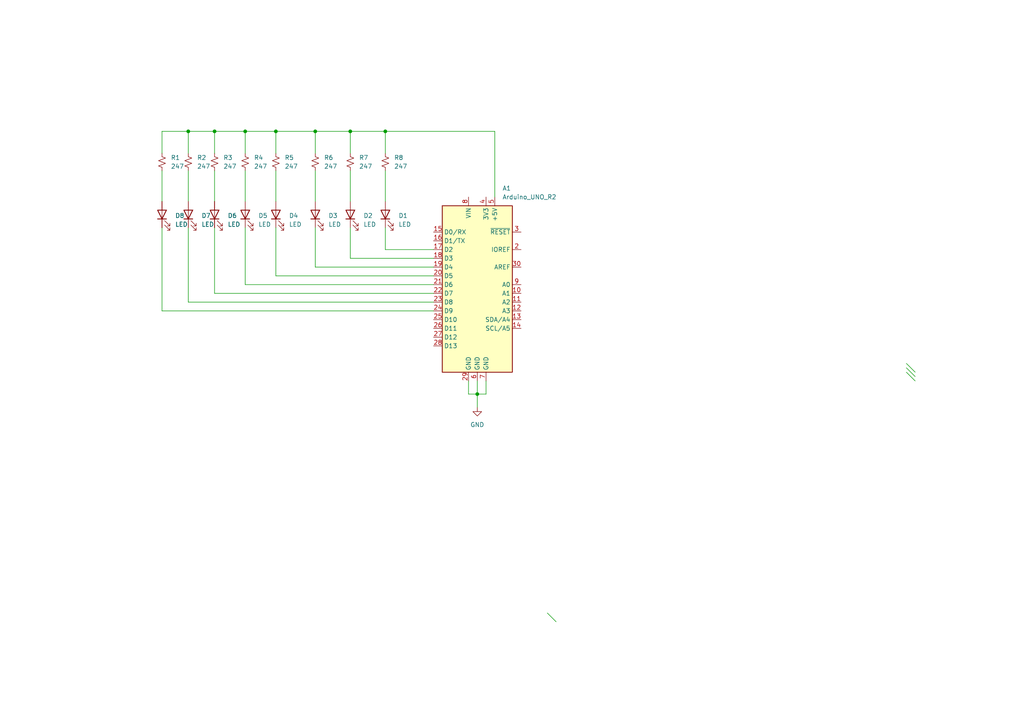
<source format=kicad_sch>
(kicad_sch (version 20230121) (generator eeschema)

  (uuid 8169ba4d-2e40-4a77-b267-301f4c4e94cc)

  (paper "A4")

  (title_block
    (title "ARDUINO UNO SHIELD")
    (rev "1")
    (comment 1 "HO CHI MINH CITY UNIVERSITY OF TECHNOLOGY")
  )

  (lib_symbols
    (symbol "Device:LED" (pin_numbers hide) (pin_names (offset 1.016) hide) (in_bom yes) (on_board yes)
      (property "Reference" "D" (at 0 2.54 0)
        (effects (font (size 1.27 1.27)))
      )
      (property "Value" "LED" (at 0 -2.54 0)
        (effects (font (size 1.27 1.27)))
      )
      (property "Footprint" "" (at 0 0 0)
        (effects (font (size 1.27 1.27)) hide)
      )
      (property "Datasheet" "~" (at 0 0 0)
        (effects (font (size 1.27 1.27)) hide)
      )
      (property "ki_keywords" "LED diode" (at 0 0 0)
        (effects (font (size 1.27 1.27)) hide)
      )
      (property "ki_description" "Light emitting diode" (at 0 0 0)
        (effects (font (size 1.27 1.27)) hide)
      )
      (property "ki_fp_filters" "LED* LED_SMD:* LED_THT:*" (at 0 0 0)
        (effects (font (size 1.27 1.27)) hide)
      )
      (symbol "LED_0_1"
        (polyline
          (pts
            (xy -1.27 -1.27)
            (xy -1.27 1.27)
          )
          (stroke (width 0.254) (type default))
          (fill (type none))
        )
        (polyline
          (pts
            (xy -1.27 0)
            (xy 1.27 0)
          )
          (stroke (width 0) (type default))
          (fill (type none))
        )
        (polyline
          (pts
            (xy 1.27 -1.27)
            (xy 1.27 1.27)
            (xy -1.27 0)
            (xy 1.27 -1.27)
          )
          (stroke (width 0.254) (type default))
          (fill (type none))
        )
        (polyline
          (pts
            (xy -3.048 -0.762)
            (xy -4.572 -2.286)
            (xy -3.81 -2.286)
            (xy -4.572 -2.286)
            (xy -4.572 -1.524)
          )
          (stroke (width 0) (type default))
          (fill (type none))
        )
        (polyline
          (pts
            (xy -1.778 -0.762)
            (xy -3.302 -2.286)
            (xy -2.54 -2.286)
            (xy -3.302 -2.286)
            (xy -3.302 -1.524)
          )
          (stroke (width 0) (type default))
          (fill (type none))
        )
      )
      (symbol "LED_1_1"
        (pin passive line (at -3.81 0 0) (length 2.54)
          (name "K" (effects (font (size 1.27 1.27))))
          (number "1" (effects (font (size 1.27 1.27))))
        )
        (pin passive line (at 3.81 0 180) (length 2.54)
          (name "A" (effects (font (size 1.27 1.27))))
          (number "2" (effects (font (size 1.27 1.27))))
        )
      )
    )
    (symbol "Device:R_Small_US" (pin_numbers hide) (pin_names (offset 0.254) hide) (in_bom yes) (on_board yes)
      (property "Reference" "R" (at 0.762 0.508 0)
        (effects (font (size 1.27 1.27)) (justify left))
      )
      (property "Value" "R_Small_US" (at 0.762 -1.016 0)
        (effects (font (size 1.27 1.27)) (justify left))
      )
      (property "Footprint" "" (at 0 0 0)
        (effects (font (size 1.27 1.27)) hide)
      )
      (property "Datasheet" "~" (at 0 0 0)
        (effects (font (size 1.27 1.27)) hide)
      )
      (property "ki_keywords" "r resistor" (at 0 0 0)
        (effects (font (size 1.27 1.27)) hide)
      )
      (property "ki_description" "Resistor, small US symbol" (at 0 0 0)
        (effects (font (size 1.27 1.27)) hide)
      )
      (property "ki_fp_filters" "R_*" (at 0 0 0)
        (effects (font (size 1.27 1.27)) hide)
      )
      (symbol "R_Small_US_1_1"
        (polyline
          (pts
            (xy 0 0)
            (xy 1.016 -0.381)
            (xy 0 -0.762)
            (xy -1.016 -1.143)
            (xy 0 -1.524)
          )
          (stroke (width 0) (type default))
          (fill (type none))
        )
        (polyline
          (pts
            (xy 0 1.524)
            (xy 1.016 1.143)
            (xy 0 0.762)
            (xy -1.016 0.381)
            (xy 0 0)
          )
          (stroke (width 0) (type default))
          (fill (type none))
        )
        (pin passive line (at 0 2.54 270) (length 1.016)
          (name "~" (effects (font (size 1.27 1.27))))
          (number "1" (effects (font (size 1.27 1.27))))
        )
        (pin passive line (at 0 -2.54 90) (length 1.016)
          (name "~" (effects (font (size 1.27 1.27))))
          (number "2" (effects (font (size 1.27 1.27))))
        )
      )
    )
    (symbol "MCU_Module:Arduino_UNO_R2" (in_bom yes) (on_board yes)
      (property "Reference" "A" (at -10.16 23.495 0)
        (effects (font (size 1.27 1.27)) (justify left bottom))
      )
      (property "Value" "Arduino_UNO_R2" (at 5.08 -26.67 0)
        (effects (font (size 1.27 1.27)) (justify left top))
      )
      (property "Footprint" "Module:Arduino_UNO_R2" (at 0 0 0)
        (effects (font (size 1.27 1.27) italic) hide)
      )
      (property "Datasheet" "https://www.arduino.cc/en/Main/arduinoBoardUno" (at 0 0 0)
        (effects (font (size 1.27 1.27)) hide)
      )
      (property "ki_keywords" "Arduino UNO R3 Microcontroller Module Atmel AVR USB" (at 0 0 0)
        (effects (font (size 1.27 1.27)) hide)
      )
      (property "ki_description" "Arduino UNO Microcontroller Module, release 2" (at 0 0 0)
        (effects (font (size 1.27 1.27)) hide)
      )
      (property "ki_fp_filters" "Arduino*UNO*R2*" (at 0 0 0)
        (effects (font (size 1.27 1.27)) hide)
      )
      (symbol "Arduino_UNO_R2_0_1"
        (rectangle (start -10.16 22.86) (end 10.16 -25.4)
          (stroke (width 0.254) (type default))
          (fill (type background))
        )
      )
      (symbol "Arduino_UNO_R2_1_1"
        (pin no_connect line (at -10.16 -20.32 0) (length 2.54) hide
          (name "NC" (effects (font (size 1.27 1.27))))
          (number "1" (effects (font (size 1.27 1.27))))
        )
        (pin bidirectional line (at 12.7 -2.54 180) (length 2.54)
          (name "A1" (effects (font (size 1.27 1.27))))
          (number "10" (effects (font (size 1.27 1.27))))
        )
        (pin bidirectional line (at 12.7 -5.08 180) (length 2.54)
          (name "A2" (effects (font (size 1.27 1.27))))
          (number "11" (effects (font (size 1.27 1.27))))
        )
        (pin bidirectional line (at 12.7 -7.62 180) (length 2.54)
          (name "A3" (effects (font (size 1.27 1.27))))
          (number "12" (effects (font (size 1.27 1.27))))
        )
        (pin bidirectional line (at 12.7 -10.16 180) (length 2.54)
          (name "SDA/A4" (effects (font (size 1.27 1.27))))
          (number "13" (effects (font (size 1.27 1.27))))
        )
        (pin bidirectional line (at 12.7 -12.7 180) (length 2.54)
          (name "SCL/A5" (effects (font (size 1.27 1.27))))
          (number "14" (effects (font (size 1.27 1.27))))
        )
        (pin bidirectional line (at -12.7 15.24 0) (length 2.54)
          (name "D0/RX" (effects (font (size 1.27 1.27))))
          (number "15" (effects (font (size 1.27 1.27))))
        )
        (pin bidirectional line (at -12.7 12.7 0) (length 2.54)
          (name "D1/TX" (effects (font (size 1.27 1.27))))
          (number "16" (effects (font (size 1.27 1.27))))
        )
        (pin bidirectional line (at -12.7 10.16 0) (length 2.54)
          (name "D2" (effects (font (size 1.27 1.27))))
          (number "17" (effects (font (size 1.27 1.27))))
        )
        (pin bidirectional line (at -12.7 7.62 0) (length 2.54)
          (name "D3" (effects (font (size 1.27 1.27))))
          (number "18" (effects (font (size 1.27 1.27))))
        )
        (pin bidirectional line (at -12.7 5.08 0) (length 2.54)
          (name "D4" (effects (font (size 1.27 1.27))))
          (number "19" (effects (font (size 1.27 1.27))))
        )
        (pin output line (at 12.7 10.16 180) (length 2.54)
          (name "IOREF" (effects (font (size 1.27 1.27))))
          (number "2" (effects (font (size 1.27 1.27))))
        )
        (pin bidirectional line (at -12.7 2.54 0) (length 2.54)
          (name "D5" (effects (font (size 1.27 1.27))))
          (number "20" (effects (font (size 1.27 1.27))))
        )
        (pin bidirectional line (at -12.7 0 0) (length 2.54)
          (name "D6" (effects (font (size 1.27 1.27))))
          (number "21" (effects (font (size 1.27 1.27))))
        )
        (pin bidirectional line (at -12.7 -2.54 0) (length 2.54)
          (name "D7" (effects (font (size 1.27 1.27))))
          (number "22" (effects (font (size 1.27 1.27))))
        )
        (pin bidirectional line (at -12.7 -5.08 0) (length 2.54)
          (name "D8" (effects (font (size 1.27 1.27))))
          (number "23" (effects (font (size 1.27 1.27))))
        )
        (pin bidirectional line (at -12.7 -7.62 0) (length 2.54)
          (name "D9" (effects (font (size 1.27 1.27))))
          (number "24" (effects (font (size 1.27 1.27))))
        )
        (pin bidirectional line (at -12.7 -10.16 0) (length 2.54)
          (name "D10" (effects (font (size 1.27 1.27))))
          (number "25" (effects (font (size 1.27 1.27))))
        )
        (pin bidirectional line (at -12.7 -12.7 0) (length 2.54)
          (name "D11" (effects (font (size 1.27 1.27))))
          (number "26" (effects (font (size 1.27 1.27))))
        )
        (pin bidirectional line (at -12.7 -15.24 0) (length 2.54)
          (name "D12" (effects (font (size 1.27 1.27))))
          (number "27" (effects (font (size 1.27 1.27))))
        )
        (pin bidirectional line (at -12.7 -17.78 0) (length 2.54)
          (name "D13" (effects (font (size 1.27 1.27))))
          (number "28" (effects (font (size 1.27 1.27))))
        )
        (pin power_in line (at -2.54 -27.94 90) (length 2.54)
          (name "GND" (effects (font (size 1.27 1.27))))
          (number "29" (effects (font (size 1.27 1.27))))
        )
        (pin input line (at 12.7 15.24 180) (length 2.54)
          (name "~{RESET}" (effects (font (size 1.27 1.27))))
          (number "3" (effects (font (size 1.27 1.27))))
        )
        (pin input line (at 12.7 5.08 180) (length 2.54)
          (name "AREF" (effects (font (size 1.27 1.27))))
          (number "30" (effects (font (size 1.27 1.27))))
        )
        (pin power_out line (at 2.54 25.4 270) (length 2.54)
          (name "3V3" (effects (font (size 1.27 1.27))))
          (number "4" (effects (font (size 1.27 1.27))))
        )
        (pin power_out line (at 5.08 25.4 270) (length 2.54)
          (name "+5V" (effects (font (size 1.27 1.27))))
          (number "5" (effects (font (size 1.27 1.27))))
        )
        (pin power_in line (at 0 -27.94 90) (length 2.54)
          (name "GND" (effects (font (size 1.27 1.27))))
          (number "6" (effects (font (size 1.27 1.27))))
        )
        (pin power_in line (at 2.54 -27.94 90) (length 2.54)
          (name "GND" (effects (font (size 1.27 1.27))))
          (number "7" (effects (font (size 1.27 1.27))))
        )
        (pin power_in line (at -2.54 25.4 270) (length 2.54)
          (name "VIN" (effects (font (size 1.27 1.27))))
          (number "8" (effects (font (size 1.27 1.27))))
        )
        (pin bidirectional line (at 12.7 0 180) (length 2.54)
          (name "A0" (effects (font (size 1.27 1.27))))
          (number "9" (effects (font (size 1.27 1.27))))
        )
      )
    )
    (symbol "power:GND" (power) (pin_names (offset 0)) (in_bom yes) (on_board yes)
      (property "Reference" "#PWR" (at 0 -6.35 0)
        (effects (font (size 1.27 1.27)) hide)
      )
      (property "Value" "GND" (at 0 -3.81 0)
        (effects (font (size 1.27 1.27)))
      )
      (property "Footprint" "" (at 0 0 0)
        (effects (font (size 1.27 1.27)) hide)
      )
      (property "Datasheet" "" (at 0 0 0)
        (effects (font (size 1.27 1.27)) hide)
      )
      (property "ki_keywords" "global power" (at 0 0 0)
        (effects (font (size 1.27 1.27)) hide)
      )
      (property "ki_description" "Power symbol creates a global label with name \"GND\" , ground" (at 0 0 0)
        (effects (font (size 1.27 1.27)) hide)
      )
      (symbol "GND_0_1"
        (polyline
          (pts
            (xy 0 0)
            (xy 0 -1.27)
            (xy 1.27 -1.27)
            (xy 0 -2.54)
            (xy -1.27 -1.27)
            (xy 0 -1.27)
          )
          (stroke (width 0) (type default))
          (fill (type none))
        )
      )
      (symbol "GND_1_1"
        (pin power_in line (at 0 0 270) (length 0) hide
          (name "GND" (effects (font (size 1.27 1.27))))
          (number "1" (effects (font (size 1.27 1.27))))
        )
      )
    )
  )

  (junction (at 54.61 38.1) (diameter 0) (color 0 0 0 0)
    (uuid 1f2341b9-f663-4ede-a861-10d658f59b8f)
  )
  (junction (at 80.01 38.1) (diameter 0) (color 0 0 0 0)
    (uuid 23a051ae-1437-4adc-bdc9-d87d93215dfc)
  )
  (junction (at 138.43 114.3) (diameter 0) (color 0 0 0 0)
    (uuid 350bef5c-7572-4a32-b462-05818f3a425d)
  )
  (junction (at 62.23 38.1) (diameter 0) (color 0 0 0 0)
    (uuid 4eb1f56f-1b8f-443d-923c-cb41bb214a79)
  )
  (junction (at 71.12 38.1) (diameter 0) (color 0 0 0 0)
    (uuid bcc36cb0-1804-4ba7-8da4-c51b43380ff9)
  )
  (junction (at 91.44 38.1) (diameter 0) (color 0 0 0 0)
    (uuid c2590c74-a5de-4ac9-9a4e-09cb4203352b)
  )
  (junction (at 111.76 38.1) (diameter 0) (color 0 0 0 0)
    (uuid c985e4ad-613f-4ccd-bdf3-e53d905be0f5)
  )
  (junction (at 101.6 38.1) (diameter 0) (color 0 0 0 0)
    (uuid db01c3ba-cad6-497a-b046-27b3cc71675b)
  )

  (bus_entry (at 262.89 106.68) (size 2.54 2.54)
    (stroke (width 0) (type default))
    (uuid 2e514186-fd4d-4d89-a80c-b815baf1ebdf)
  )
  (bus_entry (at 158.75 177.8) (size 2.54 2.54)
    (stroke (width 0) (type default))
    (uuid c8a45e31-2e78-4560-a040-35f2de93669b)
  )
  (bus_entry (at 262.89 107.95) (size 2.54 2.54)
    (stroke (width 0) (type default))
    (uuid e8b0174f-d67f-468b-a374-781d9edd8e1e)
  )
  (bus_entry (at 262.89 105.41) (size 2.54 2.54)
    (stroke (width 0) (type default))
    (uuid fa39dce7-99bd-44a7-8124-67e5eed80688)
  )

  (wire (pts (xy 111.76 72.39) (xy 125.73 72.39))
    (stroke (width 0) (type default))
    (uuid 00df0e51-1aec-4315-99dc-9a3f2c065ccd)
  )
  (wire (pts (xy 54.61 38.1) (xy 62.23 38.1))
    (stroke (width 0) (type default))
    (uuid 0b5a2f37-40a8-41b8-b499-46e61530cc54)
  )
  (wire (pts (xy 71.12 38.1) (xy 80.01 38.1))
    (stroke (width 0) (type default))
    (uuid 0cf894e1-f453-48df-ac1b-c67608482c73)
  )
  (wire (pts (xy 138.43 114.3) (xy 138.43 118.11))
    (stroke (width 0) (type default))
    (uuid 0db39bef-ff1d-46f7-8939-1e02aee75027)
  )
  (wire (pts (xy 138.43 110.49) (xy 138.43 114.3))
    (stroke (width 0) (type default))
    (uuid 14978cc7-da07-433e-a154-13d69ac7d754)
  )
  (wire (pts (xy 46.99 44.45) (xy 46.99 38.1))
    (stroke (width 0) (type default))
    (uuid 15785660-daa6-43a4-85a0-ca87ac938ff7)
  )
  (wire (pts (xy 62.23 38.1) (xy 71.12 38.1))
    (stroke (width 0) (type default))
    (uuid 176bcf9f-e351-4e41-9b68-b3467af58685)
  )
  (wire (pts (xy 140.97 114.3) (xy 138.43 114.3))
    (stroke (width 0) (type default))
    (uuid 211287d4-79fb-43cf-8c61-4ddde22f12c4)
  )
  (wire (pts (xy 91.44 77.47) (xy 125.73 77.47))
    (stroke (width 0) (type default))
    (uuid 22a22d4a-1336-4e96-b773-9cb506ef79d6)
  )
  (wire (pts (xy 54.61 66.04) (xy 54.61 87.63))
    (stroke (width 0) (type default))
    (uuid 22c42950-a91d-4486-bc59-f73a6d050b4e)
  )
  (wire (pts (xy 71.12 44.45) (xy 71.12 38.1))
    (stroke (width 0) (type default))
    (uuid 244654cf-a2ca-47d9-8a1f-35b191ee9140)
  )
  (wire (pts (xy 140.97 110.49) (xy 140.97 114.3))
    (stroke (width 0) (type default))
    (uuid 278c9b13-27de-44ad-ac92-7b82d53474f1)
  )
  (wire (pts (xy 143.51 38.1) (xy 143.51 57.15))
    (stroke (width 0) (type default))
    (uuid 27f161fa-9bde-41a3-8ea7-a8fbecf0dc1c)
  )
  (wire (pts (xy 71.12 49.53) (xy 71.12 58.42))
    (stroke (width 0) (type default))
    (uuid 2aee219b-8fc8-4906-b4d7-f3d951c6107d)
  )
  (wire (pts (xy 111.76 38.1) (xy 111.76 44.45))
    (stroke (width 0) (type default))
    (uuid 2ce7be92-339f-4cee-af3e-bbf578f3ba42)
  )
  (wire (pts (xy 101.6 49.53) (xy 101.6 58.42))
    (stroke (width 0) (type default))
    (uuid 349809c3-8817-44bc-b8fe-714351b24182)
  )
  (wire (pts (xy 91.44 38.1) (xy 101.6 38.1))
    (stroke (width 0) (type default))
    (uuid 3a9c3a1a-18f8-424d-a032-20be2fd86e0c)
  )
  (wire (pts (xy 91.44 66.04) (xy 91.44 77.47))
    (stroke (width 0) (type default))
    (uuid 42747575-3528-4733-88e8-573663aafb33)
  )
  (wire (pts (xy 62.23 38.1) (xy 62.23 44.45))
    (stroke (width 0) (type default))
    (uuid 43e2a381-bc96-4d0b-8da0-fd99d20cc707)
  )
  (wire (pts (xy 111.76 38.1) (xy 143.51 38.1))
    (stroke (width 0) (type default))
    (uuid 44a75b23-819b-4a85-82d2-74e75205cac4)
  )
  (wire (pts (xy 54.61 44.45) (xy 54.61 38.1))
    (stroke (width 0) (type default))
    (uuid 470d3a62-3a29-4a48-8572-0ba9a79506f7)
  )
  (wire (pts (xy 71.12 82.55) (xy 125.73 82.55))
    (stroke (width 0) (type default))
    (uuid 4b9e8d7d-a06e-41a6-a43c-f76df52ada6c)
  )
  (wire (pts (xy 91.44 49.53) (xy 91.44 58.42))
    (stroke (width 0) (type default))
    (uuid 4c40b6f9-c281-4346-b9f7-fb0243364b11)
  )
  (wire (pts (xy 80.01 49.53) (xy 80.01 58.42))
    (stroke (width 0) (type default))
    (uuid 5119ef74-2841-4f72-a7ea-956f6eaa4de6)
  )
  (wire (pts (xy 135.89 114.3) (xy 138.43 114.3))
    (stroke (width 0) (type default))
    (uuid 53052c7c-4c48-4b0c-bc08-54c95e8b2c59)
  )
  (wire (pts (xy 62.23 85.09) (xy 125.73 85.09))
    (stroke (width 0) (type default))
    (uuid 6092236c-2777-4611-899b-d541fe76dfb9)
  )
  (wire (pts (xy 46.99 49.53) (xy 46.99 58.42))
    (stroke (width 0) (type default))
    (uuid 648c7e9d-81bb-4d01-a0a1-33af20b8b0d0)
  )
  (wire (pts (xy 46.99 38.1) (xy 54.61 38.1))
    (stroke (width 0) (type default))
    (uuid 64aff064-4646-411d-b1b6-2c2d87f666a5)
  )
  (wire (pts (xy 101.6 38.1) (xy 101.6 44.45))
    (stroke (width 0) (type default))
    (uuid 65d9b894-aab0-4953-9e1e-abe63a2cb2c0)
  )
  (wire (pts (xy 101.6 74.93) (xy 125.73 74.93))
    (stroke (width 0) (type default))
    (uuid 66b7e78f-f4df-4e02-9bf5-c6470ee4ed4b)
  )
  (wire (pts (xy 111.76 66.04) (xy 111.76 72.39))
    (stroke (width 0) (type default))
    (uuid 6cdc24f3-7b4f-4b83-88ba-fda872f9e234)
  )
  (wire (pts (xy 111.76 49.53) (xy 111.76 58.42))
    (stroke (width 0) (type default))
    (uuid 759c6ba5-2b14-43af-8e9a-0144bd0b9b0b)
  )
  (wire (pts (xy 91.44 38.1) (xy 91.44 44.45))
    (stroke (width 0) (type default))
    (uuid 814edc79-46d7-4cf0-9233-dbb75bf7a0a5)
  )
  (wire (pts (xy 71.12 66.04) (xy 71.12 82.55))
    (stroke (width 0) (type default))
    (uuid 86a58330-3785-431d-b7db-d5bbf5326d96)
  )
  (wire (pts (xy 54.61 87.63) (xy 125.73 87.63))
    (stroke (width 0) (type default))
    (uuid 8a295e3d-b251-4b7c-9840-23101126b05e)
  )
  (wire (pts (xy 80.01 66.04) (xy 80.01 80.01))
    (stroke (width 0) (type default))
    (uuid 8afd763b-727e-43c4-99d1-acba88074618)
  )
  (wire (pts (xy 135.89 110.49) (xy 135.89 114.3))
    (stroke (width 0) (type default))
    (uuid 8eb033aa-d193-4380-b58a-5aadfaff1df9)
  )
  (wire (pts (xy 46.99 90.17) (xy 125.73 90.17))
    (stroke (width 0) (type default))
    (uuid abe48670-da55-46e9-ac6d-b1a940f8e5ce)
  )
  (wire (pts (xy 101.6 38.1) (xy 111.76 38.1))
    (stroke (width 0) (type default))
    (uuid b3fa086d-a845-4363-aab8-84367cc22f9f)
  )
  (wire (pts (xy 54.61 49.53) (xy 54.61 58.42))
    (stroke (width 0) (type default))
    (uuid c91a0cf7-9c8d-4337-a9d4-0ed9cc02be1f)
  )
  (wire (pts (xy 80.01 80.01) (xy 125.73 80.01))
    (stroke (width 0) (type default))
    (uuid c9dd5c61-69f5-471d-b3c1-9f4c91afafcc)
  )
  (wire (pts (xy 62.23 66.04) (xy 62.23 85.09))
    (stroke (width 0) (type default))
    (uuid d97b35e0-3e51-4522-9c66-54b0ac4b331e)
  )
  (wire (pts (xy 101.6 66.04) (xy 101.6 74.93))
    (stroke (width 0) (type default))
    (uuid d988ac4a-0fb1-4abb-8055-9f37f682ee84)
  )
  (wire (pts (xy 62.23 49.53) (xy 62.23 58.42))
    (stroke (width 0) (type default))
    (uuid e79af2fa-8664-4f48-a689-66f87ef4a187)
  )
  (wire (pts (xy 46.99 66.04) (xy 46.99 90.17))
    (stroke (width 0) (type default))
    (uuid ea21673c-8878-4b18-9a3d-9f9d3b6eab4e)
  )
  (wire (pts (xy 80.01 38.1) (xy 91.44 38.1))
    (stroke (width 0) (type default))
    (uuid ed5bc0c9-ab43-4676-a20d-31f1d279511e)
  )
  (wire (pts (xy 80.01 38.1) (xy 80.01 44.45))
    (stroke (width 0) (type default))
    (uuid f5bffaf5-084a-46e8-9d2a-8146b5e7eb0b)
  )

  (symbol (lib_id "Device:R_Small_US") (at 71.12 46.99 0) (unit 1)
    (in_bom yes) (on_board yes) (dnp no) (fields_autoplaced)
    (uuid 136257c0-113d-4876-a738-848290982548)
    (property "Reference" "R4" (at 73.66 45.72 0)
      (effects (font (size 1.27 1.27)) (justify left))
    )
    (property "Value" "247" (at 73.66 48.26 0)
      (effects (font (size 1.27 1.27)) (justify left))
    )
    (property "Footprint" "Resistor_SMD:R_0603_1608Metric" (at 71.12 46.99 0)
      (effects (font (size 1.27 1.27)) hide)
    )
    (property "Datasheet" "~" (at 71.12 46.99 0)
      (effects (font (size 1.27 1.27)) hide)
    )
    (pin "1" (uuid 599dc76b-ed2d-48f4-a6a4-6eeb14a12266))
    (pin "2" (uuid 57e7e6e1-e9e5-451f-8146-7fc3b7e2443f))
    (instances
      (project "Nguyễn Thái Bình Dương-2051103-ESD-E1"
        (path "/8169ba4d-2e40-4a77-b267-301f4c4e94cc"
          (reference "R4") (unit 1)
        )
      )
    )
  )

  (symbol (lib_id "Device:R_Small_US") (at 80.01 46.99 0) (unit 1)
    (in_bom yes) (on_board yes) (dnp no) (fields_autoplaced)
    (uuid 326973e4-3c42-47a7-a94e-4ff8156b5231)
    (property "Reference" "R5" (at 82.55 45.72 0)
      (effects (font (size 1.27 1.27)) (justify left))
    )
    (property "Value" "247" (at 82.55 48.26 0)
      (effects (font (size 1.27 1.27)) (justify left))
    )
    (property "Footprint" "Resistor_SMD:R_0603_1608Metric" (at 80.01 46.99 0)
      (effects (font (size 1.27 1.27)) hide)
    )
    (property "Datasheet" "~" (at 80.01 46.99 0)
      (effects (font (size 1.27 1.27)) hide)
    )
    (pin "2" (uuid 02a40d53-34b7-45f5-83dc-024b026bf18c))
    (pin "1" (uuid 6224713c-0c54-49ce-833f-ffbb53addfc1))
    (instances
      (project "Nguyễn Thái Bình Dương-2051103-ESD-E1"
        (path "/8169ba4d-2e40-4a77-b267-301f4c4e94cc"
          (reference "R5") (unit 1)
        )
      )
    )
  )

  (symbol (lib_id "Device:R_Small_US") (at 101.6 46.99 0) (unit 1)
    (in_bom yes) (on_board yes) (dnp no) (fields_autoplaced)
    (uuid 3785a202-2320-41d2-b553-d7dfb409b489)
    (property "Reference" "R7" (at 104.14 45.72 0)
      (effects (font (size 1.27 1.27)) (justify left))
    )
    (property "Value" "247" (at 104.14 48.26 0)
      (effects (font (size 1.27 1.27)) (justify left))
    )
    (property "Footprint" "Resistor_SMD:R_0603_1608Metric" (at 101.6 46.99 0)
      (effects (font (size 1.27 1.27)) hide)
    )
    (property "Datasheet" "~" (at 101.6 46.99 0)
      (effects (font (size 1.27 1.27)) hide)
    )
    (pin "1" (uuid c60bef9e-b992-40c7-a7bb-745279f9b430))
    (pin "2" (uuid dd2457ef-a30c-48ca-a85e-432c71fccdd1))
    (instances
      (project "Nguyễn Thái Bình Dương-2051103-ESD-E1"
        (path "/8169ba4d-2e40-4a77-b267-301f4c4e94cc"
          (reference "R7") (unit 1)
        )
      )
    )
  )

  (symbol (lib_id "Device:R_Small_US") (at 62.23 46.99 0) (unit 1)
    (in_bom yes) (on_board yes) (dnp no) (fields_autoplaced)
    (uuid 4436e401-7a62-4f9d-be14-ff07da204153)
    (property "Reference" "R3" (at 64.77 45.72 0)
      (effects (font (size 1.27 1.27)) (justify left))
    )
    (property "Value" "247" (at 64.77 48.26 0)
      (effects (font (size 1.27 1.27)) (justify left))
    )
    (property "Footprint" "Resistor_SMD:R_0603_1608Metric" (at 62.23 46.99 0)
      (effects (font (size 1.27 1.27)) hide)
    )
    (property "Datasheet" "~" (at 62.23 46.99 0)
      (effects (font (size 1.27 1.27)) hide)
    )
    (pin "2" (uuid d3ac8da6-c318-47ee-9910-ad7511cc1edf))
    (pin "1" (uuid b5a39520-bd63-41ac-b2ba-c64b0f300300))
    (instances
      (project "Nguyễn Thái Bình Dương-2051103-ESD-E1"
        (path "/8169ba4d-2e40-4a77-b267-301f4c4e94cc"
          (reference "R3") (unit 1)
        )
      )
    )
  )

  (symbol (lib_id "Device:R_Small_US") (at 91.44 46.99 0) (unit 1)
    (in_bom yes) (on_board yes) (dnp no) (fields_autoplaced)
    (uuid 446c3ecb-d930-402b-8498-2c205b0e8321)
    (property "Reference" "R6" (at 93.98 45.72 0)
      (effects (font (size 1.27 1.27)) (justify left))
    )
    (property "Value" "247" (at 93.98 48.26 0)
      (effects (font (size 1.27 1.27)) (justify left))
    )
    (property "Footprint" "Resistor_SMD:R_0603_1608Metric" (at 91.44 46.99 0)
      (effects (font (size 1.27 1.27)) hide)
    )
    (property "Datasheet" "~" (at 91.44 46.99 0)
      (effects (font (size 1.27 1.27)) hide)
    )
    (pin "1" (uuid 94107bbd-7f2e-47f5-972a-76619bc2b4b7))
    (pin "2" (uuid a7c35b90-55b0-4855-a1af-f25985429e0d))
    (instances
      (project "Nguyễn Thái Bình Dương-2051103-ESD-E1"
        (path "/8169ba4d-2e40-4a77-b267-301f4c4e94cc"
          (reference "R6") (unit 1)
        )
      )
    )
  )

  (symbol (lib_id "Device:LED") (at 54.61 62.23 90) (unit 1)
    (in_bom yes) (on_board yes) (dnp no) (fields_autoplaced)
    (uuid 45f2e72c-602c-4ae6-ba69-5271dd7aa26c)
    (property "Reference" "D7" (at 58.42 62.5475 90)
      (effects (font (size 1.27 1.27)) (justify right))
    )
    (property "Value" "LED" (at 58.42 65.0875 90)
      (effects (font (size 1.27 1.27)) (justify right))
    )
    (property "Footprint" "LED_SMD:LED_0805_2012Metric" (at 54.61 62.23 0)
      (effects (font (size 1.27 1.27)) hide)
    )
    (property "Datasheet" "~" (at 54.61 62.23 0)
      (effects (font (size 1.27 1.27)) hide)
    )
    (pin "1" (uuid 7d09bc66-a6c0-4fa6-b9f1-901bd00f41f5))
    (pin "2" (uuid b41d325d-14f1-4d1a-a60d-59f279d25448))
    (instances
      (project "Nguyễn Thái Bình Dương-2051103-ESD-E1"
        (path "/8169ba4d-2e40-4a77-b267-301f4c4e94cc"
          (reference "D7") (unit 1)
        )
      )
    )
  )

  (symbol (lib_id "Device:LED") (at 101.6 62.23 90) (unit 1)
    (in_bom yes) (on_board yes) (dnp no) (fields_autoplaced)
    (uuid 7b17596e-63fa-4317-a488-108ca9f8bc55)
    (property "Reference" "D2" (at 105.41 62.5475 90)
      (effects (font (size 1.27 1.27)) (justify right))
    )
    (property "Value" "LED" (at 105.41 65.0875 90)
      (effects (font (size 1.27 1.27)) (justify right))
    )
    (property "Footprint" "LED_SMD:LED_0805_2012Metric" (at 101.6 62.23 0)
      (effects (font (size 1.27 1.27)) hide)
    )
    (property "Datasheet" "~" (at 101.6 62.23 0)
      (effects (font (size 1.27 1.27)) hide)
    )
    (pin "1" (uuid cde40639-9412-4b5a-93de-b37fa58aee86))
    (pin "2" (uuid a10f781c-dec7-4887-b17e-d8121a33a76c))
    (instances
      (project "Nguyễn Thái Bình Dương-2051103-ESD-E1"
        (path "/8169ba4d-2e40-4a77-b267-301f4c4e94cc"
          (reference "D2") (unit 1)
        )
      )
    )
  )

  (symbol (lib_id "Device:LED") (at 71.12 62.23 90) (unit 1)
    (in_bom yes) (on_board yes) (dnp no) (fields_autoplaced)
    (uuid 882e8ef5-6464-43d6-9a2c-ec2db96be0c2)
    (property "Reference" "D5" (at 74.93 62.5475 90)
      (effects (font (size 1.27 1.27)) (justify right))
    )
    (property "Value" "LED" (at 74.93 65.0875 90)
      (effects (font (size 1.27 1.27)) (justify right))
    )
    (property "Footprint" "LED_SMD:LED_0805_2012Metric" (at 71.12 62.23 0)
      (effects (font (size 1.27 1.27)) hide)
    )
    (property "Datasheet" "~" (at 71.12 62.23 0)
      (effects (font (size 1.27 1.27)) hide)
    )
    (pin "1" (uuid 6ebcc64b-3576-431f-9161-74df93c75abb))
    (pin "2" (uuid 2a744cbc-c448-4910-8707-93a1a4eedd8c))
    (instances
      (project "Nguyễn Thái Bình Dương-2051103-ESD-E1"
        (path "/8169ba4d-2e40-4a77-b267-301f4c4e94cc"
          (reference "D5") (unit 1)
        )
      )
    )
  )

  (symbol (lib_id "Device:LED") (at 80.01 62.23 90) (unit 1)
    (in_bom yes) (on_board yes) (dnp no) (fields_autoplaced)
    (uuid 945fcfa7-b2f0-4a81-a2f1-da7b924caed9)
    (property "Reference" "D4" (at 83.82 62.5475 90)
      (effects (font (size 1.27 1.27)) (justify right))
    )
    (property "Value" "LED" (at 83.82 65.0875 90)
      (effects (font (size 1.27 1.27)) (justify right))
    )
    (property "Footprint" "LED_SMD:LED_0805_2012Metric" (at 80.01 62.23 0)
      (effects (font (size 1.27 1.27)) hide)
    )
    (property "Datasheet" "~" (at 80.01 62.23 0)
      (effects (font (size 1.27 1.27)) hide)
    )
    (pin "2" (uuid f20cbb39-d6e3-49b5-a7b1-42b502e12a00))
    (pin "1" (uuid dc021c73-ed45-40a6-b494-37714a73ed7d))
    (instances
      (project "Nguyễn Thái Bình Dương-2051103-ESD-E1"
        (path "/8169ba4d-2e40-4a77-b267-301f4c4e94cc"
          (reference "D4") (unit 1)
        )
      )
    )
  )

  (symbol (lib_id "Device:LED") (at 91.44 62.23 90) (unit 1)
    (in_bom yes) (on_board yes) (dnp no) (fields_autoplaced)
    (uuid a02d05c0-5f7e-415d-a200-6d1c6d12820d)
    (property "Reference" "D3" (at 95.25 62.5475 90)
      (effects (font (size 1.27 1.27)) (justify right))
    )
    (property "Value" "LED" (at 95.25 65.0875 90)
      (effects (font (size 1.27 1.27)) (justify right))
    )
    (property "Footprint" "LED_SMD:LED_0805_2012Metric" (at 91.44 62.23 0)
      (effects (font (size 1.27 1.27)) hide)
    )
    (property "Datasheet" "~" (at 91.44 62.23 0)
      (effects (font (size 1.27 1.27)) hide)
    )
    (pin "2" (uuid 39a67a53-cabc-4a2f-835e-ce1652e8c192))
    (pin "1" (uuid c080e5a2-5ebd-40d0-a82f-bb70d754f8f3))
    (instances
      (project "Nguyễn Thái Bình Dương-2051103-ESD-E1"
        (path "/8169ba4d-2e40-4a77-b267-301f4c4e94cc"
          (reference "D3") (unit 1)
        )
      )
    )
  )

  (symbol (lib_id "Device:LED") (at 111.76 62.23 90) (unit 1)
    (in_bom yes) (on_board yes) (dnp no) (fields_autoplaced)
    (uuid b1e212ad-504f-47f1-a7b9-d9d7b24ecff0)
    (property "Reference" "D1" (at 115.57 62.5475 90)
      (effects (font (size 1.27 1.27)) (justify right))
    )
    (property "Value" "LED" (at 115.57 65.0875 90)
      (effects (font (size 1.27 1.27)) (justify right))
    )
    (property "Footprint" "LED_SMD:LED_0805_2012Metric" (at 111.76 62.23 0)
      (effects (font (size 1.27 1.27)) hide)
    )
    (property "Datasheet" "~" (at 111.76 62.23 0)
      (effects (font (size 1.27 1.27)) hide)
    )
    (pin "2" (uuid 67b61b58-32b8-40d5-b535-619febcbbfe3))
    (pin "1" (uuid c372aea3-75e9-41c4-8fc2-0867f4dd834b))
    (instances
      (project "Nguyễn Thái Bình Dương-2051103-ESD-E1"
        (path "/8169ba4d-2e40-4a77-b267-301f4c4e94cc"
          (reference "D1") (unit 1)
        )
      )
    )
  )

  (symbol (lib_id "Device:R_Small_US") (at 46.99 46.99 0) (unit 1)
    (in_bom yes) (on_board yes) (dnp no) (fields_autoplaced)
    (uuid b242d42f-f1da-4e99-8e63-aef6636ea878)
    (property "Reference" "R1" (at 49.53 45.72 0)
      (effects (font (size 1.27 1.27)) (justify left))
    )
    (property "Value" "247" (at 49.53 48.26 0)
      (effects (font (size 1.27 1.27)) (justify left))
    )
    (property "Footprint" "Resistor_SMD:R_0603_1608Metric" (at 46.99 46.99 0)
      (effects (font (size 1.27 1.27)) hide)
    )
    (property "Datasheet" "~" (at 46.99 46.99 0)
      (effects (font (size 1.27 1.27)) hide)
    )
    (pin "2" (uuid 438c7cc1-5a1e-4d28-b317-c98b40e3d0ed))
    (pin "1" (uuid 60fe1b91-c21d-466c-8e0f-fafc5399e2b8))
    (instances
      (project "Nguyễn Thái Bình Dương-2051103-ESD-E1"
        (path "/8169ba4d-2e40-4a77-b267-301f4c4e94cc"
          (reference "R1") (unit 1)
        )
      )
    )
  )

  (symbol (lib_id "MCU_Module:Arduino_UNO_R2") (at 138.43 82.55 0) (unit 1)
    (in_bom yes) (on_board yes) (dnp no) (fields_autoplaced)
    (uuid c57bb962-48a9-42cc-97ee-b16c7e56dda4)
    (property "Reference" "A1" (at 145.7041 54.61 0)
      (effects (font (size 1.27 1.27)) (justify left))
    )
    (property "Value" "Arduino_UNO_R2" (at 145.7041 57.15 0)
      (effects (font (size 1.27 1.27)) (justify left))
    )
    (property "Footprint" "Module:Arduino_UNO_R2" (at 138.43 82.55 0)
      (effects (font (size 1.27 1.27) italic) hide)
    )
    (property "Datasheet" "https://www.arduino.cc/en/Main/arduinoBoardUno" (at 138.43 82.55 0)
      (effects (font (size 1.27 1.27)) hide)
    )
    (pin "2" (uuid dc5437fc-2c3c-4933-80f2-1d3ceb391670))
    (pin "26" (uuid b6fc71ea-bdaa-45b9-afa4-4ff152b38ce8))
    (pin "29" (uuid bedce348-5256-48db-bf72-3329ceb48364))
    (pin "30" (uuid 8605c745-a538-4ed9-838c-a594ecf7ad01))
    (pin "23" (uuid bbad7540-9b5c-455b-b595-f85100791f91))
    (pin "10" (uuid 2d99be24-0f1d-4b97-bcfc-284aace87770))
    (pin "16" (uuid 97f7a538-0b07-49b7-a966-bbfccdb8d813))
    (pin "17" (uuid 846f007e-2218-4356-a01a-b16033c8dbdb))
    (pin "18" (uuid 4fb93a18-4b24-4fad-9e9e-8275e5d87256))
    (pin "1" (uuid f8377601-f6ce-4539-8abf-a633dc9b9dac))
    (pin "14" (uuid f214d743-a4d3-4cbb-8894-e173b7dffe34))
    (pin "20" (uuid 5eb39d3e-50ec-40c9-b0f8-b1caef27deaf))
    (pin "22" (uuid 92189f79-efe2-49c8-9f64-f347222ff17c))
    (pin "13" (uuid c910fdb3-efee-4a08-b30b-150994be0231))
    (pin "15" (uuid 1a281abd-aeb1-4003-bc4f-b1d38f01e4b0))
    (pin "19" (uuid af625958-d61f-4a60-9b52-09910e0b3a5e))
    (pin "11" (uuid 401a9853-b005-4785-9733-ed29250d05b0))
    (pin "24" (uuid 36c35819-649a-40f1-9f8d-d45c8a2303d4))
    (pin "27" (uuid be8f3731-ce7a-48b0-8ecf-d05825d2e3e5))
    (pin "28" (uuid d89a1391-da17-4bb2-990a-55ddd0a84d1d))
    (pin "21" (uuid 19271680-8d1a-4721-be8f-406d55cca352))
    (pin "3" (uuid 41d7876a-7f7e-4282-9291-eba51778a7e9))
    (pin "4" (uuid cde326c3-f107-4b5f-91ec-81ad53ff1ce0))
    (pin "6" (uuid 0bab88b0-f66a-432a-b068-d676c30038d4))
    (pin "7" (uuid a8e55adc-0c19-4fc1-bf2e-d4e4eaa99e1e))
    (pin "9" (uuid ea6974b5-65ff-4f5d-a128-5211d152f8f5))
    (pin "5" (uuid d2f276c8-7bf7-469b-a54a-a3dfaa4ef838))
    (pin "8" (uuid 8562e8fb-76a0-4efe-8708-5b5c78c39d32))
    (pin "25" (uuid e2466011-f4ae-4db7-85bf-f3fadbcc8518))
    (pin "12" (uuid 31c12d01-e262-4f1e-a660-dfc94b50a5c5))
    (instances
      (project "Nguyễn Thái Bình Dương-2051103-ESD-E1"
        (path "/8169ba4d-2e40-4a77-b267-301f4c4e94cc"
          (reference "A1") (unit 1)
        )
      )
    )
  )

  (symbol (lib_id "Device:LED") (at 46.99 62.23 90) (unit 1)
    (in_bom yes) (on_board yes) (dnp no) (fields_autoplaced)
    (uuid dcbc6d20-3e95-48ec-8a15-c4f4bb891a54)
    (property "Reference" "D8" (at 50.8 62.5475 90)
      (effects (font (size 1.27 1.27)) (justify right))
    )
    (property "Value" "LED" (at 50.8 65.0875 90)
      (effects (font (size 1.27 1.27)) (justify right))
    )
    (property "Footprint" "LED_SMD:LED_0805_2012Metric" (at 46.99 62.23 0)
      (effects (font (size 1.27 1.27)) hide)
    )
    (property "Datasheet" "~" (at 46.99 62.23 0)
      (effects (font (size 1.27 1.27)) hide)
    )
    (pin "1" (uuid f07d0f69-aee8-4159-a65b-65ce856c93e4))
    (pin "2" (uuid 4262e342-73fa-409c-a982-c48f0fba92ac))
    (instances
      (project "Nguyễn Thái Bình Dương-2051103-ESD-E1"
        (path "/8169ba4d-2e40-4a77-b267-301f4c4e94cc"
          (reference "D8") (unit 1)
        )
      )
    )
  )

  (symbol (lib_id "Device:R_Small_US") (at 111.76 46.99 0) (unit 1)
    (in_bom yes) (on_board yes) (dnp no) (fields_autoplaced)
    (uuid e53cf894-67fe-4827-82e8-78c68733e469)
    (property "Reference" "R8" (at 114.3 45.72 0)
      (effects (font (size 1.27 1.27)) (justify left))
    )
    (property "Value" "247" (at 114.3 48.26 0)
      (effects (font (size 1.27 1.27)) (justify left))
    )
    (property "Footprint" "Resistor_SMD:R_0603_1608Metric" (at 111.76 46.99 0)
      (effects (font (size 1.27 1.27)) hide)
    )
    (property "Datasheet" "~" (at 111.76 46.99 0)
      (effects (font (size 1.27 1.27)) hide)
    )
    (pin "1" (uuid a4ba9a34-a5b5-4fbd-a024-b20ed3448f9a))
    (pin "2" (uuid 7f6266ed-4655-426a-a489-242f0c0875c5))
    (instances
      (project "Nguyễn Thái Bình Dương-2051103-ESD-E1"
        (path "/8169ba4d-2e40-4a77-b267-301f4c4e94cc"
          (reference "R8") (unit 1)
        )
      )
    )
  )

  (symbol (lib_id "Device:R_Small_US") (at 54.61 46.99 0) (unit 1)
    (in_bom yes) (on_board yes) (dnp no) (fields_autoplaced)
    (uuid f0e5df6a-9d1e-4ded-aad9-76866906bf09)
    (property "Reference" "R2" (at 57.15 45.72 0)
      (effects (font (size 1.27 1.27)) (justify left))
    )
    (property "Value" "247" (at 57.15 48.26 0)
      (effects (font (size 1.27 1.27)) (justify left))
    )
    (property "Footprint" "Resistor_SMD:R_0603_1608Metric" (at 54.61 46.99 0)
      (effects (font (size 1.27 1.27)) hide)
    )
    (property "Datasheet" "~" (at 54.61 46.99 0)
      (effects (font (size 1.27 1.27)) hide)
    )
    (pin "2" (uuid 9208a089-75cb-45b5-8f31-901c21b5036f))
    (pin "1" (uuid f687a6f4-7e4d-4e59-a394-6bd90a8193d0))
    (instances
      (project "Nguyễn Thái Bình Dương-2051103-ESD-E1"
        (path "/8169ba4d-2e40-4a77-b267-301f4c4e94cc"
          (reference "R2") (unit 1)
        )
      )
    )
  )

  (symbol (lib_id "Device:LED") (at 62.23 62.23 90) (unit 1)
    (in_bom yes) (on_board yes) (dnp no) (fields_autoplaced)
    (uuid f6081acb-b234-4840-a791-0c5292438590)
    (property "Reference" "D6" (at 66.04 62.5475 90)
      (effects (font (size 1.27 1.27)) (justify right))
    )
    (property "Value" "LED" (at 66.04 65.0875 90)
      (effects (font (size 1.27 1.27)) (justify right))
    )
    (property "Footprint" "LED_SMD:LED_0805_2012Metric" (at 62.23 62.23 0)
      (effects (font (size 1.27 1.27)) hide)
    )
    (property "Datasheet" "~" (at 62.23 62.23 0)
      (effects (font (size 1.27 1.27)) hide)
    )
    (pin "2" (uuid b095f157-ebce-4840-be59-f1be66f44972))
    (pin "1" (uuid 80e127ac-a7a9-4a56-bf7c-bece97257647))
    (instances
      (project "Nguyễn Thái Bình Dương-2051103-ESD-E1"
        (path "/8169ba4d-2e40-4a77-b267-301f4c4e94cc"
          (reference "D6") (unit 1)
        )
      )
    )
  )

  (symbol (lib_id "power:GND") (at 138.43 118.11 0) (unit 1)
    (in_bom yes) (on_board yes) (dnp no) (fields_autoplaced)
    (uuid f9eca29a-93d5-412e-b4bb-90c5487a5c31)
    (property "Reference" "#PWR01" (at 138.43 124.46 0)
      (effects (font (size 1.27 1.27)) hide)
    )
    (property "Value" "GND" (at 138.43 123.19 0)
      (effects (font (size 1.27 1.27)))
    )
    (property "Footprint" "" (at 138.43 118.11 0)
      (effects (font (size 1.27 1.27)) hide)
    )
    (property "Datasheet" "" (at 138.43 118.11 0)
      (effects (font (size 1.27 1.27)) hide)
    )
    (pin "1" (uuid dd4cb418-9245-4ab9-84d6-bc2ab883866f))
    (instances
      (project "Nguyễn Thái Bình Dương-2051103-ESD-E1"
        (path "/8169ba4d-2e40-4a77-b267-301f4c4e94cc"
          (reference "#PWR01") (unit 1)
        )
      )
    )
  )

  (sheet_instances
    (path "/" (page "1"))
  )
)

</source>
